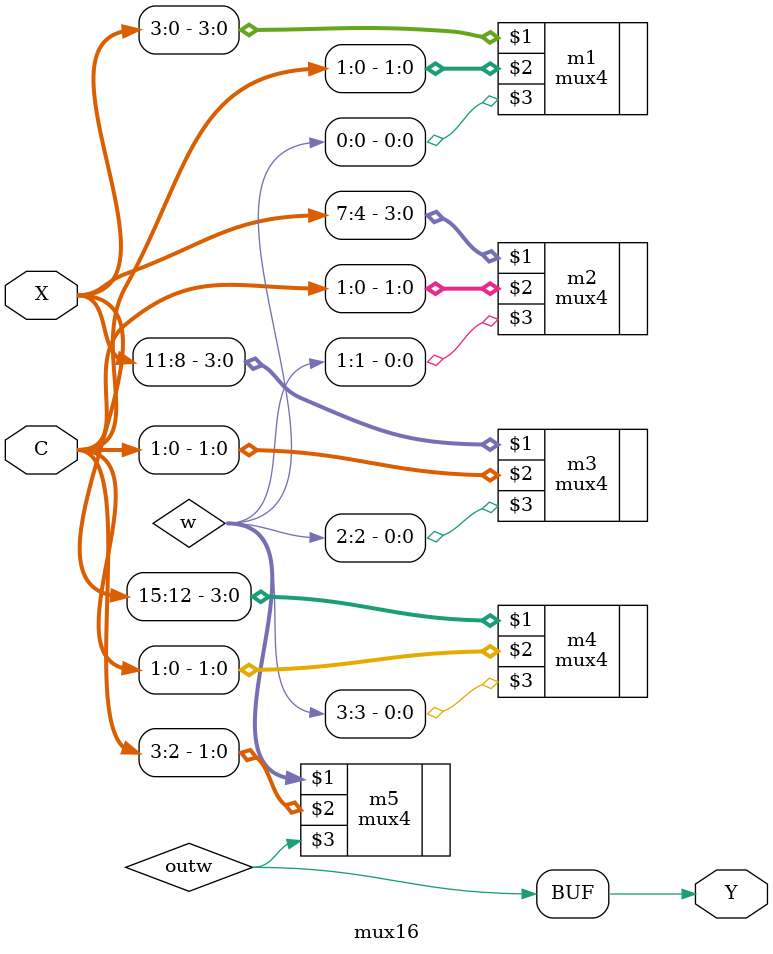
<source format=v>
`timescale 1ns / 1ps

module mux16(
    input [15:0] X,
    input [3:0] C,
    output Y
    );

	 wire [3:0] w;
	 wire outw; 
	 
    mux4 m1(X[3:0], C[1:0], w[0]); 
	 mux4 m2(X[7:4], C[1:0], w[1]);
	 mux4 m3(X[11:8], C[1:0], w[2]);
	 mux4 m4(X[15:12], C[1:0], w[3]);
	 mux4 m5(w, C[3:2], outw);
	 
	 assign Y = outw;
endmodule
</source>
